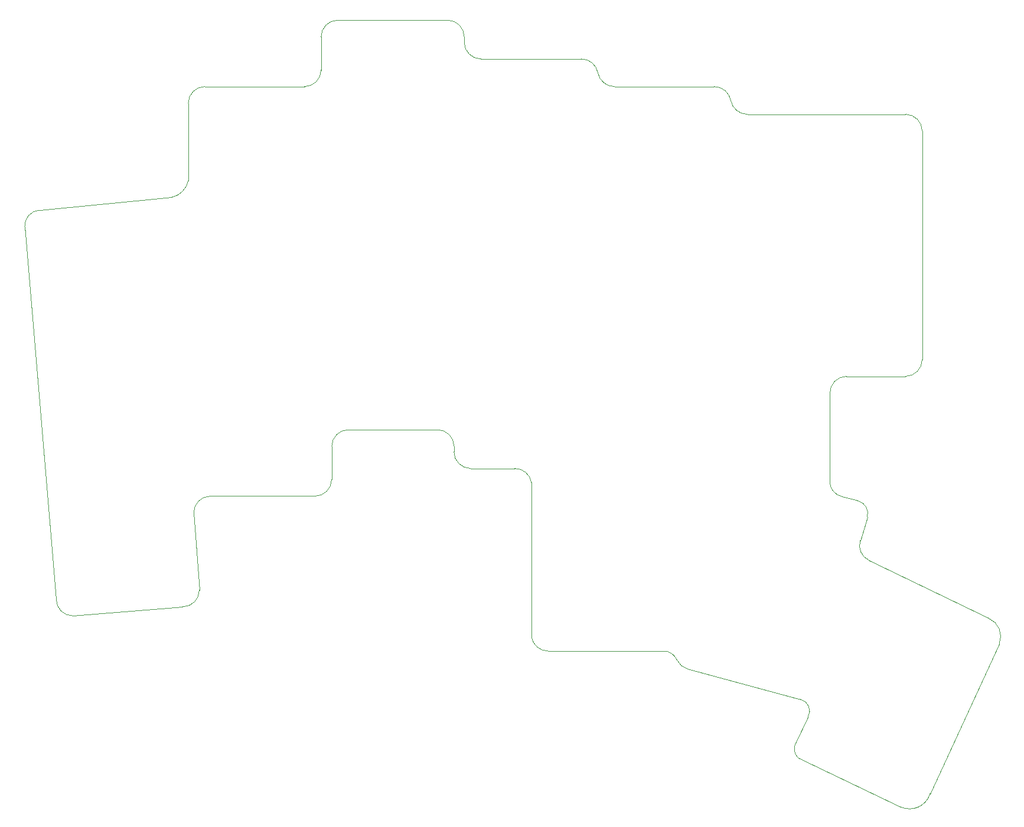
<source format=gbr>
%TF.GenerationSoftware,KiCad,Pcbnew,(6.0.4)*%
%TF.CreationDate,2022-05-24T19:22:59+02:00*%
%TF.ProjectId,Diom-35SP_PCB-rounded,44696f6d-2d33-4355-9350-5f5043422d72,rev?*%
%TF.SameCoordinates,Original*%
%TF.FileFunction,Profile,NP*%
%FSLAX46Y46*%
G04 Gerber Fmt 4.6, Leading zero omitted, Abs format (unit mm)*
G04 Created by KiCad (PCBNEW (6.0.4)) date 2022-05-24 19:22:59*
%MOMM*%
%LPD*%
G01*
G04 APERTURE LIST*
%TA.AperFunction,Profile*%
%ADD10C,0.100000*%
%TD*%
G04 APERTURE END LIST*
D10*
X188041581Y-84455000D02*
X188019279Y-97000000D01*
X93662500Y-56356250D02*
X74700000Y-58200000D01*
X77118750Y-114018750D02*
X72600000Y-60600000D01*
X135604250Y-33337500D02*
G75*
G03*
X133223000Y-30956250I-2381250J0D01*
G01*
X212305955Y-120436981D02*
G75*
G03*
X210805148Y-116739019I-2600855J1097981D01*
G01*
X134143750Y-92075000D02*
G75*
G03*
X131762500Y-89693750I-2381250J0D01*
G01*
X77118700Y-114018750D02*
G75*
G03*
X79500000Y-116400000I2381300J50D01*
G01*
X134143700Y-92868750D02*
G75*
G03*
X136525000Y-95250000I2381300J50D01*
G01*
X135604250Y-34131250D02*
X135604250Y-33337500D01*
X190422831Y-82042000D02*
X198882000Y-82042000D01*
X145256250Y-119411750D02*
X145256250Y-97282000D01*
X189800000Y-99300000D02*
X192100000Y-99900000D01*
X198882000Y-44450000D02*
X176212500Y-44450000D01*
X119000000Y-89700050D02*
G75*
G03*
X116618750Y-92081250I0J-2381250D01*
G01*
X202400000Y-141900000D02*
X212306000Y-120437000D01*
X112712500Y-40481250D02*
X98425000Y-40481250D01*
X166100038Y-122699983D02*
G75*
G03*
X164200000Y-121443750I-1923338J-844017D01*
G01*
X154781280Y-38544495D02*
G75*
G03*
X152400000Y-36512500I-2381280J-379305D01*
G01*
X95250000Y-115093750D02*
G75*
G03*
X97631250Y-112712500I0J2381250D01*
G01*
X119000000Y-89700000D02*
X131762500Y-89693750D01*
X74700000Y-58200000D02*
G75*
G03*
X72600000Y-60600000I169200J-2266800D01*
G01*
X167600000Y-124000000D02*
X183821545Y-128377243D01*
X190422831Y-82042073D02*
G75*
G03*
X188041581Y-84455000I-31J-2381427D01*
G01*
X183515000Y-136779000D02*
X198209000Y-143805000D01*
X98425000Y-40481250D02*
G75*
G03*
X96043750Y-42862500I0J-2381250D01*
G01*
X173831239Y-42513252D02*
G75*
G03*
X171450000Y-40481250I-2381239J-379248D01*
G01*
X192408178Y-105579839D02*
G75*
G03*
X193600000Y-108400000I2172122J-743961D01*
G01*
X112712500Y-40481250D02*
G75*
G03*
X115093750Y-38100000I0J2381250D01*
G01*
X210805148Y-116739019D02*
X193600000Y-108400000D01*
X116618750Y-92081250D02*
X116600000Y-96837500D01*
X95250000Y-115093750D02*
X79500000Y-116400000D01*
X173831217Y-42513257D02*
G75*
G03*
X176212500Y-44450000I2381283J495557D01*
G01*
X184893395Y-130899953D02*
G75*
G03*
X183821545Y-128377243I-1452895J871753D01*
G01*
X136525000Y-95250000D02*
X142875000Y-95250000D01*
X193400000Y-102200000D02*
G75*
G03*
X192100000Y-99900000I-1800000J500000D01*
G01*
X183133962Y-134619979D02*
G75*
G03*
X183515000Y-136779000I1569038J-836221D01*
G01*
X201263200Y-46831250D02*
G75*
G03*
X198882000Y-44450000I-2381300J-50D01*
G01*
X114218750Y-99218800D02*
G75*
G03*
X116600000Y-96837500I-50J2381300D01*
G01*
X114218750Y-99218750D02*
X99218750Y-99218750D01*
X198208985Y-143805034D02*
G75*
G03*
X202400000Y-141900000I1264215J2781334D01*
G01*
X115093750Y-33337500D02*
X115093750Y-38100000D01*
X201263250Y-46831250D02*
X201263250Y-79660750D01*
X145256261Y-119411748D02*
G75*
G03*
X147637500Y-121443750I2381239J379248D01*
G01*
X192408183Y-105579841D02*
X193400000Y-102200000D01*
X96043750Y-42862500D02*
X96043750Y-53975000D01*
X171450000Y-40481250D02*
X157162500Y-40481250D01*
X99218750Y-99218700D02*
G75*
G03*
X96837500Y-101600000I50J-2381300D01*
G01*
X134143750Y-92075000D02*
X134143750Y-92868750D01*
X96837500Y-101600000D02*
X97631250Y-112712500D01*
X198882000Y-82042050D02*
G75*
G03*
X201263250Y-79660750I-100J2381350D01*
G01*
X166100026Y-122699988D02*
G75*
G03*
X167600000Y-124000000I2180974J1001088D01*
G01*
X133223000Y-30956250D02*
X117475000Y-30956250D01*
X152400000Y-36512500D02*
X138004250Y-36512500D01*
X188019273Y-97000000D02*
G75*
G03*
X189800000Y-99300000I2238027J-106600D01*
G01*
X184893473Y-130900000D02*
X183134000Y-134620000D01*
X93662500Y-56356250D02*
G75*
G03*
X96043750Y-53975000I-604600J2985850D01*
G01*
X135604274Y-34131250D02*
G75*
G03*
X138004250Y-36512500I2400026J18850D01*
G01*
X154781256Y-38544499D02*
G75*
G03*
X157162500Y-40481250I2381244J495499D01*
G01*
X145256280Y-97281995D02*
G75*
G03*
X142875000Y-95250000I-2381280J-379305D01*
G01*
X147637500Y-121443750D02*
X164200000Y-121443750D01*
X117475000Y-30956250D02*
G75*
G03*
X115093750Y-33337500I0J-2381250D01*
G01*
M02*

</source>
